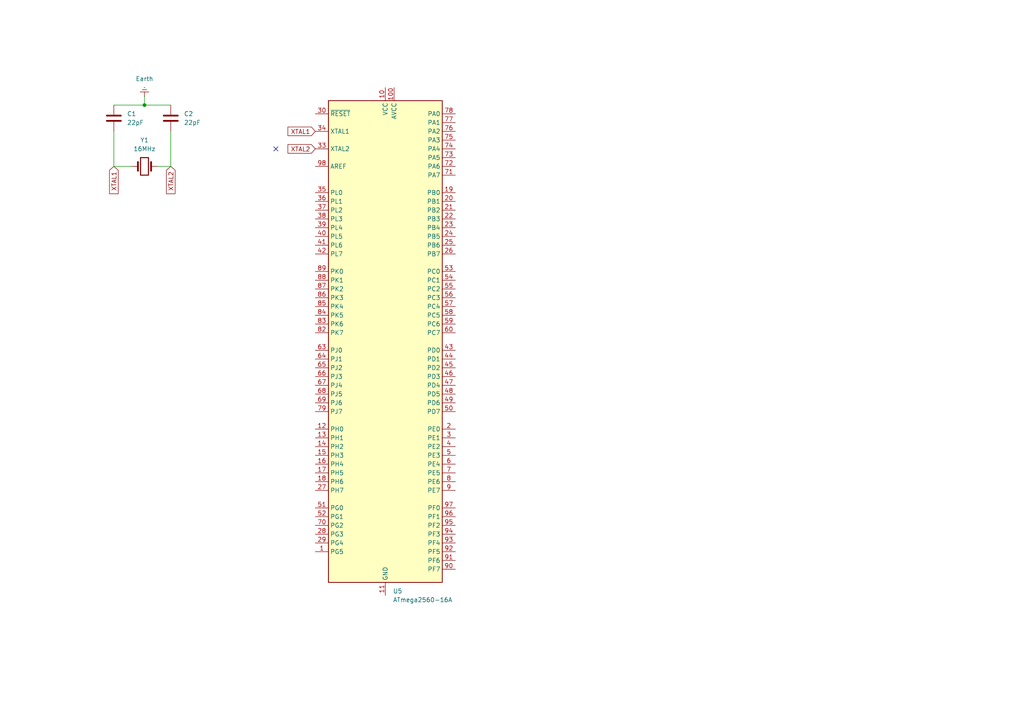
<source format=kicad_sch>
(kicad_sch (version 20231120) (generator "eeschema") (generator_version "8.0")
  (paper "A4")
  (lib_symbols
    (symbol "Device:C" (pin_numbers hide) (pin_names (offset 0.254))
      (property "Reference" "C" (at 0.635 2.54 0))
      (property "Value" "C" (at 0.635 -2.54 0))
      (symbol "C_0_1"
        (polyline (pts (xy -2.032 -0.762) (xy 2.032 -0.762)) (stroke (width 0.508)))
        (polyline (pts (xy -2.032 0.762) (xy 2.032 0.762)) (stroke (width 0.508)))
      )
      (symbol "C_1_1"
        (pin passive line (at 0 3.81 270) (length 2.794) (name "~") (number "1"))
        (pin passive line (at 0 -3.81 90) (length 2.794) (name "~") (number "2"))
      )
    )
    (symbol "Device:Crystal" (pin_numbers hide) (pin_names (offset 1.016) hide)
      (property "Reference" "Y" (at 0 3.81 0))
      (property "Value" "Crystal" (at 0 -3.81 0))
      (symbol "Crystal_0_1"
        (rectangle (start -1.143 2.54) (end 1.143 -2.54) (stroke (width 0.3048)))
        (polyline (pts (xy -2.54 0) (xy -1.905 0)))
        (polyline (pts (xy -1.905 -1.27) (xy -1.905 1.27)) (stroke (width 0.508)))
        (polyline (pts (xy 1.905 -1.27) (xy 1.905 1.27)) (stroke (width 0.508)))
        (polyline (pts (xy 2.54 0) (xy 1.905 0)))
      )
      (symbol "Crystal_1_1"
        (pin passive line (at -3.81 0 0) (length 1.27) (name "1") (number "1"))
        (pin passive line (at 3.81 0 180) (length 1.27) (name "2") (number "2"))
      )
    )
    (symbol "MCU_Microchip_ATmega:ATmega2560-16A"
      (property "Reference" "U" (at 0 1.27 0))
      (property "Value" "ATmega2560-16A" (at 0 -1.27 0))
      (symbol "ATmega2560-16A_0_1"
        (rectangle (start -16.51 -69.85) (end 16.51 69.85) (stroke (width 0.254)) (fill (type background)))
      )
      (symbol "ATmega2560-16A_1_1"
        (pin bidirectional line (at -20.32 -60.96 0) (length 3.81) (name "PG5") (number "1"))
        (pin power_in line (at 0 73.66 270) (length 3.81) (name "VCC") (number "10"))
        (pin power_in line (at 2.54 73.66 270) (length 3.81) (name "AVCC") (number "100"))
        (pin power_in line (at 0 -73.66 90) (length 3.81) (name "GND") (number "11"))
        (pin bidirectional line (at -20.32 -25.4 0) (length 3.81) (name "PH0") (number "12"))
        (pin bidirectional line (at -20.32 -27.94 0) (length 3.81) (name "PH1") (number "13"))
        (pin bidirectional line (at -20.32 -30.48 0) (length 3.81) (name "PH2") (number "14"))
        (pin bidirectional line (at -20.32 -33.02 0) (length 3.81) (name "PH3") (number "15"))
        (pin bidirectional line (at -20.32 -35.56 0) (length 3.81) (name "PH4") (number "16"))
        (pin bidirectional line (at -20.32 -38.1 0) (length 3.81) (name "PH5") (number "17"))
        (pin bidirectional line (at -20.32 -40.64 0) (length 3.81) (name "PH6") (number "18"))
        (pin bidirectional line (at 20.32 43.18 180) (length 3.81) (name "PB0") (number "19"))
        (pin bidirectional line (at 20.32 -25.4 180) (length 3.81) (name "PE0") (number "2"))
        (pin bidirectional line (at 20.32 40.64 180) (length 3.81) (name "PB1") (number "20"))
        (pin bidirectional line (at 20.32 38.1 180) (length 3.81) (name "PB2") (number "21"))
        (pin bidirectional line (at 20.32 35.56 180) (length 3.81) (name "PB3") (number "22"))
        (pin bidirectional line (at 20.32 33.02 180) (length 3.81) (name "PB4") (number "23"))
        (pin bidirectional line (at 20.32 30.48 180) (length 3.81) (name "PB5") (number "24"))
        (pin bidirectional line (at 20.32 27.94 180) (length 3.81) (name "PB6") (number "25"))
        (pin bidirectional line (at 20.32 25.4 180) (length 3.81) (name "PB7") (number "26"))
        (pin bidirectional line (at -20.32 -43.18 0) (length 3.81) (name "PH7") (number "27"))
        (pin bidirectional line (at -20.32 -55.88 0) (length 3.81) (name "PG3") (number "28"))
        (pin bidirectional line (at -20.32 -58.42 0) (length 3.81) (name "PG4") (number "29"))
        (pin bidirectional line (at 20.32 -27.94 180) (length 3.81) (name "PE1") (number "3"))
        (pin input line (at -20.32 66.04 0) (length 3.81) (name "~{RESET}") (number "30"))
        (pin passive line (at 0 73.66 270) (length 3.81) hide (name "VCC") (number "31"))
        (pin passive line (at 0 -73.66 90) (length 3.81) hide (name "GND") (number "32"))
        (pin output line (at -20.32 55.88 0) (length 3.81) (name "XTAL2") (number "33"))
        (pin input line (at -20.32 60.96 0) (length 3.81) (name "XTAL1") (number "34"))
        (pin bidirectional line (at -20.32 43.18 0) (length 3.81) (name "PL0") (number "35"))
        (pin bidirectional line (at -20.32 40.64 0) (length 3.81) (name "PL1") (number "36"))
        (pin bidirectional line (at -20.32 38.1 0) (length 3.81) (name "PL2") (number "37"))
        (pin bidirectional line (at -20.32 35.56 0) (length 3.81) (name "PL3") (number "38"))
        (pin bidirectional line (at -20.32 33.02 0) (length 3.81) (name "PL4") (number "39"))
        (pin bidirectional line (at 20.32 -30.48 180) (length 3.81) (name "PE2") (number "4"))
        (pin bidirectional line (at -20.32 30.48 0) (length 3.81) (name "PL5") (number "40"))
        (pin bidirectional line (at -20.32 27.94 0) (length 3.81) (name "PL6") (number "41"))
        (pin bidirectional line (at -20.32 25.4 0) (length 3.81) (name "PL7") (number "42"))
        (pin bidirectional line (at 20.32 -2.54 180) (length 3.81) (name "PD0") (number "43"))
        (pin bidirectional line (at 20.32 -5.08 180) (length 3.81) (name "PD1") (number "44"))
        (pin bidirectional line (at 20.32 -7.62 180) (length 3.81) (name "PD2") (number "45"))
        (pin bidirectional line (at 20.32 -10.16 180) (length 3.81) (name "PD3") (number "46"))
        (pin bidirectional line (at 20.32 -12.7 180) (length 3.81) (name "PD4") (number "47"))
        (pin bidirectional line (at 20.32 -15.24 180) (length 3.81) (name "PD5") (number "48"))
        (pin bidirectional line (at 20.32 -17.78 180) (length 3.81) (name "PD6") (number "49"))
        (pin bidirectional line (at 20.32 -33.02 180) (length 3.81) (name "PE3") (number "5"))
        (pin bidirectional line (at 20.32 -20.32 180) (length 3.81) (name "PD7") (number "50"))
        (pin bidirectional line (at -20.32 -48.26 0) (length 3.81) (name "PG0") (number "51"))
        (pin bidirectional line (at -20.32 -50.8 0) (length 3.81) (name "PG1") (number "52"))
        (pin bidirectional line (at 20.32 20.32 180) (length 3.81) (name "PC0") (number "53"))
        (pin bidirectional line (at 20.32 17.78 180) (length 3.81) (name "PC1") (number "54"))
        (pin bidirectional line (at 20.32 15.24 180) (length 3.81) (name "PC2") (number "55"))
        (pin bidirectional line (at 20.32 12.7 180) (length 3.81) (name "PC3") (number "56"))
        (pin bidirectional line (at 20.32 10.16 180) (length 3.81) (name "PC4") (number "57"))
        (pin bidirectional line (at 20.32 7.62 180) (length 3.81) (name "PC5") (number "58"))
        (pin bidirectional line (at 20.32 5.08 180) (length 3.81) (name "PC6") (number "59"))
        (pin bidirectional line (at 20.32 -35.56 180) (length 3.81) (name "PE4") (number "6"))
        (pin bidirectional line (at 20.32 2.54 180) (length 3.81) (name "PC7") (number "60"))
        (pin passive line (at 0 73.66 270) (length 3.81) hide (name "VCC") (number "61"))
        (pin passive line (at 0 -73.66 90) (length 3.81) hide (name "GND") (number "62"))
        (pin bidirectional line (at -20.32 -2.54 0) (length 3.81) (name "PJ0") (number "63"))
        (pin bidirectional line (at -20.32 -5.08 0) (length 3.81) (name "PJ1") (number "64"))
        (pin bidirectional line (at -20.32 -7.62 0) (length 3.81) (name "PJ2") (number "65"))
        (pin bidirectional line (at -20.32 -10.16 0) (length 3.81) (name "PJ3") (number "66"))
        (pin bidirectional line (at -20.32 -12.7 0) (length 3.81) (name "PJ4") (number "67"))
        (pin bidirectional line (at -20.32 -15.24 0) (length 3.81) (name "PJ5") (number "68"))
        (pin bidirectional line (at -20.32 -17.78 0) (length 3.81) (name "PJ6") (number "69"))
        (pin bidirectional line (at 20.32 -38.1 180) (length 3.81) (name "PE5") (number "7"))
        (pin bidirectional line (at -20.32 -53.34 0) (length 3.81) (name "PG2") (number "70"))
        (pin bidirectional line (at 20.32 48.26 180) (length 3.81) (name "PA7") (number "71"))
        (pin bidirectional line (at 20.32 50.8 180) (length 3.81) (name "PA6") (number "72"))
        (pin bidirectional line (at 20.32 53.34 180) (length 3.81) (name "PA5") (number "73"))
        (pin bidirectional line (at 20.32 55.88 180) (length 3.81) (name "PA4") (number "74"))
        (pin bidirectional line (at 20.32 58.42 180) (length 3.81) (name "PA3") (number "75"))
        (pin bidirectional line (at 20.32 60.96 180) (length 3.81) (name "PA2") (number "76"))
        (pin bidirectional line (at 20.32 63.5 180) (length 3.81) (name "PA1") (number "77"))
        (pin bidirectional line (at 20.32 66.04 180) (length 3.81) (name "PA0") (number "78"))
        (pin bidirectional line (at -20.32 -20.32 0) (length 3.81) (name "PJ7") (number "79"))
        (pin bidirectional line (at 20.32 -40.64 180) (length 3.81) (name "PE6") (number "8"))
        (pin passive line (at 0 73.66 270) (length 3.81) hide (name "VCC") (number "80"))
        (pin passive line (at 0 -73.66 90) (length 3.81) hide (name "GND") (number "81"))
        (pin bidirectional line (at -20.32 2.54 0) (length 3.81) (name "PK7") (number "82"))
        (pin bidirectional line (at -20.32 5.08 0) (length 3.81) (name "PK6") (number "83"))
        (pin bidirectional line (at -20.32 7.62 0) (length 3.81) (name "PK5") (number "84"))
        (pin bidirectional line (at -20.32 10.16 0) (length 3.81) (name "PK4") (number "85"))
        (pin bidirectional line (at -20.32 12.7 0) (length 3.81) (name "PK3") (number "86"))
        (pin bidirectional line (at -20.32 15.24 0) (length 3.81) (name "PK2") (number "87"))
        (pin bidirectional line (at -20.32 17.78 0) (length 3.81) (name "PK1") (number "88"))
        (pin bidirectional line (at -20.32 20.32 0) (length 3.81) (name "PK0") (number "89"))
        (pin bidirectional line (at 20.32 -43.18 180) (length 3.81) (name "PE7") (number "9"))
        (pin bidirectional line (at 20.32 -66.04 180) (length 3.81) (name "PF7") (number "90"))
        (pin bidirectional line (at 20.32 -63.5 180) (length 3.81) (name "PF6") (number "91"))
        (pin bidirectional line (at 20.32 -60.96 180) (length 3.81) (name "PF5") (number "92"))
        (pin bidirectional line (at 20.32 -58.42 180) (length 3.81) (name "PF4") (number "93"))
        (pin bidirectional line (at 20.32 -55.88 180) (length 3.81) (name "PF3") (number "94"))
        (pin bidirectional line (at 20.32 -53.34 180) (length 3.81) (name "PF2") (number "95"))
        (pin bidirectional line (at 20.32 -50.8 180) (length 3.81) (name "PF1") (number "96"))
        (pin bidirectional line (at 20.32 -48.26 180) (length 3.81) (name "PF0") (number "97"))
        (pin passive line (at -20.32 50.8 0) (length 3.81) (name "AREF") (number "98"))
        (pin passive line (at 0 -73.66 90) (length 3.81) hide (name "GND") (number "99"))
      )
    )
    (symbol "power:Earth" (power) (pin_numbers hide) (pin_names (offset 0) hide)
      (property "Value" "Earth" (at 0 -3.81 0))
      (symbol "Earth_0_1"
        (polyline (pts (xy -0.635 -1.905) (xy 0.635 -1.905)))
        (polyline (pts (xy -0.127 -2.54) (xy 0.127 -2.54)))
        (polyline (pts (xy 0 -1.27) (xy 0 0)))
        (polyline (pts (xy 1.27 -1.27) (xy -1.27 -1.27)))
      )
      (symbol "Earth_1_1"
        (pin power_in line (at 0 0 270) (length 0) (name "~") (number "1"))
      )
    )
  )
  (junction (at 41.91 30.48))
  (no_connect (at 80.01 43.18))
  (wire (pts (xy 33.02 30.48) (xy 41.91 30.48)))
  (wire (pts (xy 45.72 48.26) (xy 49.53 48.26)))
  (wire (pts (xy 38.1 48.26) (xy 33.02 48.26)))
  (wire (pts (xy 41.91 27.94) (xy 41.91 30.48)))
  (wire (pts (xy 33.02 48.26) (xy 33.02 38.1)))
  (wire (pts (xy 49.53 48.26) (xy 49.53 38.1)))
  (wire (pts (xy 41.91 30.48) (xy 49.53 30.48)))
  (global_label "XTAL1" (shape input) (at 91.44 38.1 180) (property "Intersheetrefs" "${INTERSHEET_REFS}" (effects (hide yes))))
  (global_label "XTAL1" (shape input) (at 33.02 48.26 270) (property "Intersheetrefs" "${INTERSHEET_REFS}" (effects (hide yes))))
  (global_label "XTAL2" (shape input) (at 49.53 48.26 270) (property "Intersheetrefs" "${INTERSHEET_REFS}" (effects (hide yes))))
  (global_label "XTAL2" (shape input) (at 91.44 43.18 180) (property "Intersheetrefs" "${INTERSHEET_REFS}" (effects (hide yes))))
  (symbol (lib_id "Device:C") (at 49.53 34.29 180) (unit 1)
    (property "Reference" "C2" (at 53.34 33.0199 0) (effects (justify right)))
    (property "Value" "22pF" (at 53.34 35.5599 0) (effects (justify right)))
    (property "Description" "Unpolarized capacitor" (effects (hide yes)))
  )
  (symbol (lib_id "MCU_Microchip_ATmega:ATmega2560-16A") (at 111.76 99.06 0) (unit 1)
    (property "Reference" "U5" (at 113.9541 171.45 0) (effects (justify left)))
    (property "Value" "ATmega2560-16A" (at 113.9541 173.99 0) (effects (justify left)))
    (property "Footprint" "Package_QFP:TQFP-100_14x14mm_P0.5mm" (effects (hide yes)))
    (property "Datasheet" "http://ww1.microchip.com/downloads/en/DeviceDoc/Atmel-2549-8-bit-AVR-Microcontroller-ATmega640-1280-1281-2560-2561_datasheet.pdf" (effects (hide yes)))
    (property "Description" "16MHz, 256kB Flash, 8kB SRAM, 4kB EEPROM, JTAG, TQFP-100" (effects (hide yes)))
  )
  (symbol (lib_id "power:Earth") (at 41.91 27.94 180) (unit 1)
    (property "Reference" "#PWR013" (effects (hide yes)))
    (property "Value" "Earth" (at 41.91 22.86 0))
    (property "Description" "Power symbol creates a global label with name \"Earth\"" (effects (hide yes)))
  )
  (symbol (lib_id "Device:C") (at 33.02 34.29 180) (unit 1)
    (property "Reference" "C1" (at 36.83 33.0199 0) (effects (justify right)))
    (property "Value" "22pF" (at 36.83 35.5599 0) (effects (justify right)))
    (property "Description" "Unpolarized capacitor" (effects (hide yes)))
  )
  (symbol (lib_id "Device:Crystal") (at 41.91 48.26 180) (unit 1)
    (property "Reference" "Y1" (at 41.91 40.64 0))
    (property "Value" "16MHz" (at 41.91 43.18 0))
    (property "Description" "Two pin crystal" (effects (hide yes)))
  )
)
</source>
